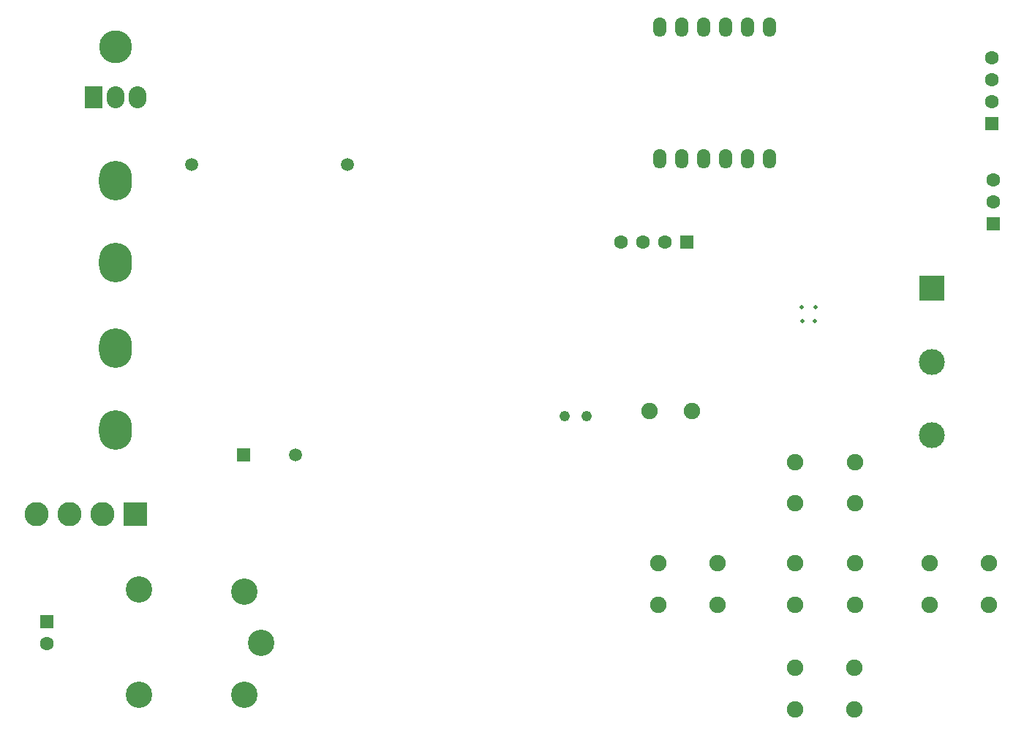
<source format=gbs>
G04*
G04 #@! TF.GenerationSoftware,Altium Limited,Altium Designer,21.2.1 (34)*
G04*
G04 Layer_Color=16711935*
%FSLAX24Y24*%
%MOIN*%
G70*
G04*
G04 #@! TF.SameCoordinates,0DDDE1A0-FCF8-4535-BD96-C2C20E8F4AC2*
G04*
G04*
G04 #@! TF.FilePolarity,Negative*
G04*
G01*
G75*
%ADD49O,0.1500X0.1800*%
%ADD50R,0.0800X0.1000*%
%ADD51R,0.0591X0.0591*%
%ADD52C,0.0591*%
%ADD53O,0.0600X0.0900*%
%ADD54C,0.0630*%
%ADD55R,0.0630X0.0630*%
%ADD56R,0.0630X0.0630*%
%ADD57C,0.0750*%
%ADD58R,0.1181X0.1181*%
%ADD59C,0.1181*%
%ADD60C,0.0480*%
%ADD61C,0.1500*%
%ADD62O,0.0800X0.1000*%
%ADD63C,0.1200*%
%ADD64C,0.1100*%
%ADD65R,0.1100X0.1100*%
%ADD66C,0.0200*%
D49*
X14680Y30366D02*
D03*
Y34116D02*
D03*
X14690Y38011D02*
D03*
Y41761D02*
D03*
D50*
X13700Y45550D02*
D03*
D51*
X20532Y29242D02*
D03*
D52*
X22895D02*
D03*
X18170Y42471D02*
D03*
X25257D02*
D03*
D53*
X39500Y42741D02*
D03*
X40500D02*
D03*
X41500D02*
D03*
X42500D02*
D03*
X43500D02*
D03*
X44500D02*
D03*
X39500Y48741D02*
D03*
X40500D02*
D03*
X41500D02*
D03*
X42500D02*
D03*
X43500D02*
D03*
X44500D02*
D03*
D54*
X54690Y40781D02*
D03*
Y41781D02*
D03*
X39720Y38951D02*
D03*
X38720D02*
D03*
X37720D02*
D03*
X54620Y46331D02*
D03*
Y45331D02*
D03*
Y47331D02*
D03*
X11550Y20650D02*
D03*
D55*
X54690Y39781D02*
D03*
X54620Y44331D02*
D03*
X11550Y21650D02*
D03*
D56*
X40720Y38951D02*
D03*
D57*
X45660Y17651D02*
D03*
X48370Y19531D02*
D03*
Y17651D02*
D03*
X45660Y19531D02*
D03*
X39021Y31250D02*
D03*
X40950D02*
D03*
X45670Y28911D02*
D03*
X48380Y27031D02*
D03*
Y28911D02*
D03*
X45670Y27031D02*
D03*
X45670Y22423D02*
D03*
X48380Y24303D02*
D03*
Y22423D02*
D03*
X45670Y24303D02*
D03*
X39430D02*
D03*
X42140Y22423D02*
D03*
Y24303D02*
D03*
X39430Y22423D02*
D03*
X51801Y24303D02*
D03*
X54511Y22423D02*
D03*
Y24303D02*
D03*
X51801Y22423D02*
D03*
D58*
X51890Y36833D02*
D03*
D59*
Y33487D02*
D03*
Y30141D02*
D03*
D60*
X35150Y31001D02*
D03*
X36150D02*
D03*
D61*
X14700Y47850D02*
D03*
D62*
X15700Y45550D02*
D03*
X14700D02*
D03*
D63*
X21341Y20662D02*
D03*
X15750Y18300D02*
D03*
Y23100D02*
D03*
X20553Y18300D02*
D03*
Y23024D02*
D03*
D64*
X11090Y26531D02*
D03*
X12590D02*
D03*
X14080D02*
D03*
D65*
X15590Y26561D02*
D03*
D66*
X46550Y35361D02*
D03*
X46590Y35991D02*
D03*
X45980Y35361D02*
D03*
X45950Y35991D02*
D03*
M02*

</source>
